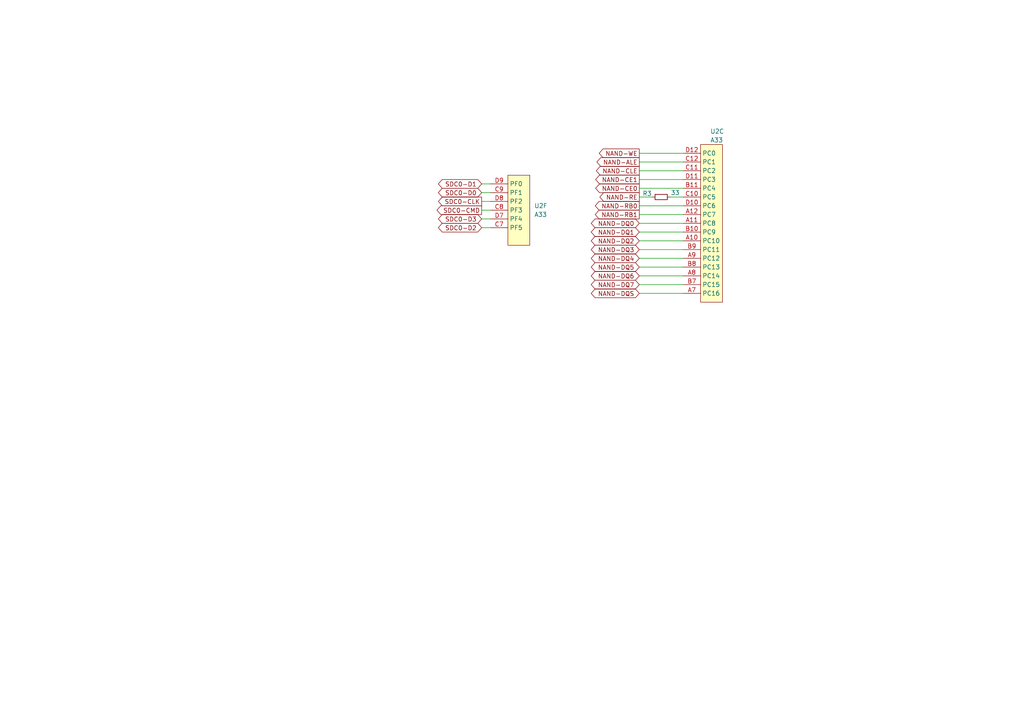
<source format=kicad_sch>
(kicad_sch (version 20250114) (generator "eeschema") (generator_version "9.0")
  (paper "A4")
  (lib_symbols
    (symbol "Device:R_Small" (pin_numbers (hide yes)) (pin_names (offset 0.254) (hide yes))
      (property "Reference" "R" (at 0.762 0.508 0))
      (property "Value" "R_Small" (at 0.762 -1.016 0))
      (symbol "R_Small_0_1"
        (rectangle (start -0.762 1.778) (end 0.762 -1.778) (stroke (width 0.2032)))
      )
      (symbol "R_Small_1_1"
        (pin passive line (at 0 2.54 270) (length 0.762) (name "~") (number "1"))
        (pin passive line (at 0 -2.54 90) (length 0.762) (name "~") (number "2"))
      )
    )
    (symbol "allwinner:A33"
      (property "Reference" "U" (at 3.81 3.81 0))
      (property "Value" "A33" (at 3.81 1.27 0))
      (symbol "A33_1_0"
        (pin passive line (at -12.7 -2.54 0) (length 5.08) (name "SDQ0") (number "M1"))
        (pin passive line (at -12.7 -5.08 0) (length 5.08) (name "SDQ1") (number "M2"))
        (pin passive line (at -12.7 -7.62 0) (length 5.08) (name "SDQ2") (number "L1"))
        (pin passive line (at -12.7 -10.16 0) (length 5.08) (name "SDQ3") (number "L2"))
        (pin passive line (at -12.7 -12.7 0) (length 5.08) (name "SDQ4") (number "J1"))
        (pin passive line (at -12.7 -15.24 0) (length 5.08) (name "SDQ5") (number "J2"))
        (pin passive line (at -12.7 -17.78 0) (length 5.08) (name "SDQ6") (number "H1"))
        (pin passive line (at -12.7 -20.32 0) (length 5.08) (name "SDQ7") (number "H2"))
        (pin passive line (at -12.7 -22.86 0) (length 5.08) (name "SDQ8") (number "U3"))
        (pin passive line (at -12.7 -25.4 0) (length 5.08) (name "SDQ9") (number "U1"))
        (pin passive line (at -12.7 -27.94 0) (length 5.08) (name "SDQ10") (number "U2"))
        (pin passive line (at -12.7 -30.48 0) (length 5.08) (name "SDQ11") (number "T2"))
        (pin passive line (at -12.7 -33.02 0) (length 5.08) (name "SDQ12") (number "R2"))
        (pin passive line (at -12.7 -35.56 0) (length 5.08) (name "SDQ13") (number "P1"))
        (pin passive line (at -12.7 -38.1 0) (length 5.08) (name "SDQ14") (number "P2"))
        (pin passive line (at -12.7 -40.64 0) (length 5.08) (name "SDQ15") (number "N1"))
        (pin passive line (at 12.7 -2.54 180) (length 5.08) (name "SA0") (number "E4"))
        (pin passive line (at 12.7 -5.08 180) (length 5.08) (name "SA1") (number "D1"))
        (pin passive line (at 12.7 -7.62 180) (length 5.08) (name "SA2") (number "F2"))
        (pin passive line (at 12.7 -10.16 180) (length 5.08) (name "SA3") (number "H3"))
        (pin passive line (at 12.7 -12.7 180) (length 5.08) (name "SA4") (number "D2"))
        (pin passive line (at 12.7 -15.24 180) (length 5.08) (name "SA5") (number "F1"))
        (pin passive line (at 12.7 -17.78 180) (length 5.08) (name "SA6") (number "A1"))
        (pin passive line (at 12.7 -20.32 180) (length 5.08) (name "SA7") (number "G4"))
        (pin passive line (at 12.7 -22.86 180) (length 5.08) (name "SA8") (number "B1"))
        (pin passive line (at 12.7 -25.4 180) (length 5.08) (name "SA9") (number "F4"))
        (pin passive line (at 12.7 -27.94 180) (length 5.08) (name "SA10") (number "E2"))
        (pin passive line (at 12.7 -30.48 180) (length 5.08) (name "SA11") (number "C2"))
        (pin passive line (at 12.7 -33.02 180) (length 5.08) (name "SA12") (number "E1"))
        (pin passive line (at 12.7 -35.56 180) (length 5.08) (name "SA13") (number "F3"))
        (pin passive line (at 12.7 -38.1 180) (length 5.08) (name "SA14") (number "C1"))
        (pin passive line (at 12.7 -40.64 180) (length 5.08) (name "SA15") (number "E3"))
        (pin passive line (at 12.7 -45.72 180) (length 5.08) (name "BA0") (number "J3"))
        (pin passive line (at 12.7 -48.26 180) (length 5.08) (name "BA1") (number "K4"))
        (pin passive line (at 12.7 -50.8 180) (length 5.08) (name "BA2") (number "H4"))
        (pin passive line (at 12.7 -55.88 180) (length 5.08) (name "RAS") (number "L4"))
        (pin passive line (at 12.7 -58.42 180) (length 5.08) (name "CAS") (number "M3"))
        (pin passive line (at 12.7 -60.96 180) (length 5.08) (name "WE") (number "K3"))
        (pin passive line (at 12.7 -63.5 180) (length 5.08) (name "RST") (number "G3"))
        (pin passive line (at 12.7 -68.58 180) (length 5.08) (name "ODT0") (number "L3"))
        (pin passive line (at 12.7 -71.12 180) (length 5.08) (name "ODT1") (number "L7"))
      )
      (symbol "A33_1_1"
        (rectangle (start -7.62 0) (end 7.62 -86.36) (stroke (width 0.1524)) (fill (type background)))
        (pin passive line (at -12.7 -45.72 0) (length 5.08) (name "CK+") (number "G1"))
        (pin passive line (at -12.7 -48.26 0) (length 5.08) (name "CK-") (number "G2"))
        (pin passive line (at -12.7 -53.34 0) (length 5.08) (name "CKE0") (number "J4"))
        (pin passive line (at -12.7 -55.88 0) (length 5.08) (name "CKE1") (number "N7"))
        (pin passive line (at -12.7 -60.96 0) (length 5.08) (name "DM0") (number "N2"))
        (pin passive line (at -12.7 -63.5 0) (length 5.08) (name "DM1") (number "T3"))
        (pin passive line (at -12.7 -68.58 0) (length 5.08) (name "DQS0+") (number "K2"))
        (pin passive line (at -12.7 -71.12 0) (length 5.08) (name "DQS0-") (number "K1"))
        (pin passive line (at -12.7 -73.66 0) (length 5.08) (name "DQS1+") (number "R1"))
        (pin passive line (at -12.7 -76.2 0) (length 5.08) (name "DQS1-") (number "T1"))
        (pin passive line (at -12.7 -81.28 0) (length 5.08) (name "DZQ") (number "R3"))
        (pin passive line (at -12.7 -83.82 0) (length 5.08) (name "SVREF") (number "M4"))
        (pin passive line (at 12.7 -78.74 180) (length 5.08) (name "CS0") (number "N3"))
        (pin passive line (at 12.7 -81.28 180) (length 5.08) (name "CS1") (number "N5"))
      )
      (symbol "A33_2_0"
        (pin passive line (at -7.62 -2.54 0) (length 5.08) (name "PB0") (number "G17"))
        (pin passive line (at -7.62 -5.08 0) (length 5.08) (name "PB1") (number "G16"))
        (pin passive line (at -7.62 -7.62 0) (length 5.08) (name "PB2") (number "F17"))
        (pin passive line (at -7.62 -10.16 0) (length 5.08) (name "PB3") (number "F16"))
        (pin passive line (at -7.62 -12.7 0) (length 5.08) (name "PB4") (number "G14"))
        (pin passive line (at -7.62 -15.24 0) (length 5.08) (name "PB5") (number "G15"))
        (pin passive line (at -7.62 -17.78 0) (length 5.08) (name "PB6") (number "F14"))
        (pin passive line (at -7.62 -20.32 0) (length 5.08) (name "PB7") (number "F15"))
      )
      (symbol "A33_2_1"
        (rectangle (start -2.54 0) (end 2.54 -22.86) (stroke (width 0.1524)) (fill (type background)))
      )
      (symbol "A33_3_0"
        (pin passive line (at -7.62 -2.54 0) (length 5.08) (name "PC0") (number "D12"))
        (pin passive line (at -7.62 -5.08 0) (length 5.08) (name "PC1") (number "C12"))
        (pin passive line (at -7.62 -7.62 0) (length 5.08) (name "PC2") (number "C11"))
        (pin passive line (at -7.62 -10.16 0) (length 5.08) (name "PC3") (number "D11"))
        (pin passive line (at -7.62 -12.7 0) (length 5.08) (name "PC4") (number "B11"))
        (pin passive line (at -7.62 -15.24 0) (length 5.08) (name "PC5") (number "C10"))
        (pin passive line (at -7.62 -17.78 0) (length 5.08) (name "PC6") (number "D10"))
        (pin passive line (at -7.62 -20.32 0) (length 5.08) (name "PC7") (number "A12"))
        (pin passive line (at -7.62 -22.86 0) (length 5.08) (name "PC8") (number "A11"))
        (pin passive line (at -7.62 -25.4 0) (length 5.08) (name "PC9") (number "B10"))
        (pin passive line (at -7.62 -27.94 0) (length 5.08) (name "PC10") (number "A10"))
        (pin passive line (at -7.62 -30.48 0) (length 5.08) (name "PC11") (number "B9"))
        (pin passive line (at -7.62 -33.02 0) (length 5.08) (name "PC12") (number "A9"))
        (pin passive line (at -7.62 -35.56 0) (length 5.08) (name "PC13") (number "B8"))
        (pin passive line (at -7.62 -38.1 0) (length 5.08) (name "PC14") (number "A8"))
        (pin passive line (at -7.62 -40.64 0) (length 5.08) (name "PC15") (number "B7"))
        (pin passive line (at -7.62 -43.18 0) (length 5.08) (name "PC16") (number "A7"))
      )
      (symbol "A33_3_1"
        (rectangle (start -2.54 0) (end 3.81 -45.72) (stroke (width 0.1524)) (fill (type background)))
      )
      (symbol "A33_4_0"
        (pin passive line (at -7.62 -2.54 0) (length 5.08) (name "PD2") (number "R12"))
        (pin passive line (at -7.62 -5.08 0) (length 5.08) (name "PD3") (number "P12"))
        (pin passive line (at -7.62 -7.62 0) (length 5.08) (name "PD4") (number "R11"))
        (pin passive line (at -7.62 -10.16 0) (length 5.08) (name "PD5") (number "P11"))
        (pin passive line (at -7.62 -12.7 0) (length 5.08) (name "PD6") (number "R10"))
        (pin passive line (at -7.62 -15.24 0) (length 5.08) (name "PD7") (number "P10"))
        (pin passive line (at -7.62 -22.86 0) (length 5.08) (name "PD10") (number "R9"))
        (pin passive line (at -7.62 -25.4 0) (length 5.08) (name "PD11") (number "P9"))
        (pin passive line (at -7.62 -27.94 0) (length 5.08) (name "PD12") (number "R8"))
        (pin passive line (at -7.62 -30.48 0) (length 5.08) (name "PD13") (number "P8"))
        (pin passive line (at -7.62 -33.02 0) (length 5.08) (name "PD14") (number "R7"))
        (pin passive line (at -7.62 -35.56 0) (length 5.08) (name "PD15") (number "P7"))
        (pin passive line (at -7.62 -43.18 0) (length 5.08) (name "PD18") (number "U11"))
        (pin passive line (at -7.62 -45.72 0) (length 5.08) (name "PD19") (number "T11"))
        (pin passive line (at -7.62 -48.26 0) (length 5.08) (name "PD20") (number "U10"))
        (pin passive line (at -7.62 -50.8 0) (length 5.08) (name "PD21") (number "T10"))
        (pin passive line (at -7.62 -53.34 0) (length 5.08) (name "PD22") (number "U9"))
        (pin passive line (at -7.62 -55.88 0) (length 5.08) (name "PD23") (number "T9"))
        (pin passive line (at -7.62 -58.42 0) (length 5.08) (name "PD24") (number "U8"))
        (pin passive line (at -7.62 -60.96 0) (length 5.08) (name "PD25") (number "T8"))
        (pin passive line (at -7.62 -63.5 0) (length 5.08) (name "PD26") (number "U7"))
        (pin passive line (at -7.62 -66.04 0) (length 5.08) (name "PD27") (number "T7"))
      )
      (symbol "A33_4_1"
        (rectangle (start -2.54 0) (end 3.81 -68.58) (stroke (width 0.1524)) (fill (type background)))
      )
      (symbol "A33_5_0"
        (pin passive line (at -8.89 -2.54 0) (length 5.08) (name "PE0") (number "C5"))
        (pin passive line (at -8.89 -5.08 0) (length 5.08) (name "PE1") (number "D5"))
        (pin passive line (at -8.89 -7.62 0) (length 5.08) (name "PE2") (number "C6"))
        (pin passive line (at -8.89 -10.16 0) (length 5.08) (name "PE3") (number "D6"))
        (pin passive line (at -8.89 -12.7 0) (length 5.08) (name "PE4") (number "A6"))
        (pin passive line (at -8.89 -15.24 0) (length 5.08) (name "PE5") (number "B6"))
        (pin passive line (at -8.89 -17.78 0) (length 5.08) (name "PE6") (number "A5"))
        (pin passive line (at -8.89 -20.32 0) (length 5.08) (name "PE7") (number "B5"))
        (pin passive line (at -8.89 -22.86 0) (length 5.08) (name "PE8") (number "A4"))
        (pin passive line (at -8.89 -25.4 0) (length 5.08) (name "PE9") (number "B4"))
        (pin passive line (at -8.89 -27.94 0) (length 5.08) (name "PE10") (number "A3"))
        (pin passive line (at -8.89 -30.48 0) (length 5.08) (name "PE11") (number "B3"))
        (pin passive line (at -8.89 -33.02 0) (length 5.08) (name "PE12") (number "A2"))
        (pin passive line (at -8.89 -35.56 0) (length 5.08) (name "PE13") (number "B2"))
        (pin passive line (at -8.89 -38.1 0) (length 5.08) (name "PE14") (number "C3"))
        (pin passive line (at -8.89 -40.64 0) (length 5.08) (name "PE15") (number "D3"))
        (pin passive line (at -8.89 -43.18 0) (length 5.08) (name "PE16") (number "C4"))
        (pin passive line (at -8.89 -45.72 0) (length 5.08) (name "PE17") (number "D4"))
      )
      (symbol "A33_5_1"
        (rectangle (start -3.81 0) (end 2.54 -48.26) (stroke (width 0.1524)) (fill (type background)))
      )
      (symbol "A33_6_0"
        (pin passive line (at -7.62 -2.54 0) (length 5.08) (name "PF0") (number "D9"))
        (pin passive line (at -7.62 -5.08 0) (length 5.08) (name "PF1") (number "C9"))
        (pin passive line (at -7.62 -7.62 0) (length 5.08) (name "PF2") (number "D8"))
        (pin passive line (at -7.62 -10.16 0) (length 5.08) (name "PF3") (number "C8"))
        (pin passive line (at -7.62 -12.7 0) (length 5.08) (name "PF4") (number "D7"))
        (pin passive line (at -7.62 -15.24 0) (length 5.08) (name "PF5") (number "C7"))
      )
      (symbol "A33_6_1"
        (rectangle (start -2.54 0) (end 3.81 -20.32) (stroke (width 0.1524)) (fill (type background)))
      )
      (symbol "A33_7_0"
        (pin passive line (at -8.89 -2.54 0) (length 5.08) (name "PG0") (number "A15"))
        (pin passive line (at -8.89 -5.08 0) (length 5.08) (name "PG1") (number "B15"))
        (pin passive line (at -8.89 -7.62 0) (length 5.08) (name "PG2") (number "A14"))
        (pin passive line (at -8.89 -10.16 0) (length 5.08) (name "PG3") (number "B14"))
        (pin passive line (at -8.89 -12.7 0) (length 5.08) (name "PG4") (number "A13"))
        (pin passive line (at -8.89 -15.24 0) (length 5.08) (name "PG5") (number "B13"))
        (pin passive line (at -8.89 -17.78 0) (length 5.08) (name "PG6") (number "A17"))
        (pin passive line (at -8.89 -20.32 0) (length 5.08) (name "PG7") (number "B17"))
        (pin passive line (at -8.89 -22.86 0) (length 5.08) (name "PG8") (number "B16"))
        (pin passive line (at -8.89 -25.4 0) (length 5.08) (name "PG9") (number "A16"))
        (pin passive line (at -8.89 -27.94 0) (length 5.08) (name "PG10") (number "C17"))
        (pin passive line (at -8.89 -30.48 0) (length 5.08) (name "PG11") (number "C16"))
        (pin passive line (at -8.89 -33.02 0) (length 5.08) (name "PG12") (number "C15"))
        (pin passive line (at -8.89 -35.56 0) (length 5.08) (name "PG13") (number "C14"))
      )
      (symbol "A33_7_1"
        (rectangle (start -3.81 0) (end 3.81 -38.1) (stroke (width 0.1524)) (fill (type background)))
      )
      (symbol "A33_8_0"
        (pin passive line (at -7.62 -2.54 0) (length 5.08) (name "PH0") (number "D17"))
        (pin passive line (at -7.62 -5.08 0) (length 5.08) (name "PH1") (number "D16"))
        (pin passive line (at -7.62 -7.62 0) (length 5.08) (name "PH2") (number "D15"))
        (pin passive line (at -7.62 -10.16 0) (length 5.08) (name "PH3") (number "D14"))
        (pin passive line (at -7.62 -12.7 0) (length 5.08) (name "PH4") (number "D13"))
        (pin passive line (at -7.62 -15.24 0) (length 5.08) (name "PH5") (number "C13"))
        (pin passive line (at -7.62 -17.78 0) (length 5.08) (name "PH6") (number "E17"))
        (pin passive line (at -7.62 -20.32 0) (length 5.08) (name "PH7") (number "E16"))
        (pin passive line (at -7.62 -22.86 0) (length 5.08) (name "PH8") (number "E15"))
        (pin passive line (at -7.62 -25.4 0) (length 5.08) (name "PH9") (number "E14"))
      )
      (symbol "A33_8_1"
        (rectangle (start -2.54 0) (end 2.54 -27.94) (stroke (width 0.1524)) (fill (type background)))
      )
      (symbol "A33_9_0"
        (pin passive line (at -7.62 -2.54 0) (length 5.08) (name "PL0") (number "P16"))
        (pin passive line (at -7.62 -5.08 0) (length 5.08) (name "PL1") (number "P15"))
        (pin passive line (at -7.62 -7.62 0) (length 5.08) (name "PL2") (number "U14"))
        (pin passive line (at -7.62 -10.16 0) (length 5.08) (name "PL3") (number "T14"))
        (pin passive line (at -7.62 -12.7 0) (length 5.08) (name "PL4") (number "R14"))
        (pin passive line (at -7.62 -15.24 0) (length 5.08) (name "PL5") (number "P14"))
        (pin passive line (at -7.62 -17.78 0) (length 5.08) (name "PL6") (number "U13"))
        (pin passive line (at -7.62 -20.32 0) (length 5.08) (name "PL7") (number "T13"))
        (pin passive line (at -7.62 -22.86 0) (length 5.08) (name "PL8") (number "R13"))
        (pin passive line (at -7.62 -25.4 0) (length 5.08) (name "PL9") (number "P13"))
        (pin passive line (at -7.62 -27.94 0) (length 5.08) (name "PL10") (number "U12"))
        (pin passive line (at -7.62 -30.48 0) (length 5.08) (name "PL11") (number "T12"))
      )
      (symbol "A33_9_1"
        (rectangle (start -2.54 0) (end 3.81 -33.02) (stroke (width 0.1524)) (fill (type background)))
      )
      (symbol "A33_10_0"
        (pin passive line (at -12.7 -2.54 0) (length 5.08) (name "CLK24M_IN") (number "U4"))
        (pin passive line (at -12.7 -5.08 0) (length 5.08) (name "CLK24M_OUT") (number "T4"))
        (pin passive line (at -12.7 -10.16 0) (length 5.08) (name "CLK32K_IN") (number "R17"))
        (pin passive line (at -12.7 -12.7 0) (length 5.08) (name "CLK32K_OUT") (number "R16"))
        (pin passive line (at -12.7 -15.24 0) (length 5.08) (name "CLK32-KFOUT") (number "R15"))
        (pin passive line (at -12.7 -20.32 0) (length 5.08) (name "~{NMI}") (number "N14"))
        (pin passive line (at -12.7 -22.86 0) (length 5.08) (name "~{RESET}") (number "P17"))
        (pin passive line (at -12.7 -27.94 0) (length 5.08) (name "DM0") (number "T16"))
        (pin passive line (at -12.7 -30.48 0) (length 5.08) (name "DP0") (number "T17"))
        (pin passive line (at -12.7 -35.56 0) (length 5.08) (name "DM1") (number "U16"))
        (pin passive line (at -12.7 -38.1 0) (length 5.08) (name "DP1") (number "U17"))
        (pin passive line (at -12.7 -43.18 0) (length 5.08) (name "HSIC-DAT") (number "U15"))
        (pin passive line (at -12.7 -45.72 0) (length 5.08) (name "HSIC-STR") (number "T15"))
      )
      (symbol "A33_10_1"
        (rectangle (start -7.62 0) (end 7.62 -48.26) (stroke (width 0.1524)) (fill (type background)))
      )
      (symbol "A33_11_0"
        (pin passive line (at -11.43 -2.54 0) (length 5.08) (name "MBIAS") (number "K14"))
        (pin passive line (at -11.43 -5.08 0) (length 5.08) (name "MIC1N") (number "M16"))
        (pin passive line (at -11.43 -7.62 0) (length 5.08) (name "MIC1P") (number "M17"))
        (pin passive line (at -11.43 -10.16 0) (length 5.08) (name "MIC2N") (number "N16"))
        (pin passive line (at -11.43 -12.7 0) (length 5.08) (name "MIC2P") (number "N17"))
        (pin passive line (at -11.43 -17.78 0) (length 5.08) (name "LINEINR") (number "J15"))
        (pin passive line (at -11.43 -20.32 0) (length 5.08) (name "LINEINL") (number "H15"))
        (pin passive line (at -11.43 -25.4 0) (length 5.08) (name "VRA1") (number "K16"))
        (pin passive line (at -11.43 -27.94 0) (length 5.08) (name "VRA2") (number "K17"))
        (pin passive line (at -11.43 -30.48 0) (length 5.08) (name "VRP") (number "L17"))
        (pin passive line (at -11.43 -35.56 0) (length 5.08) (name "AVCC") (number "L16"))
        (pin passive line (at -11.43 -38.1 0) (length 5.08) (name "AGND") (number "H13"))
        (pin passive line (at -11.43 -43.18 0) (length 5.08) (name "PHONEOUTN") (number "N15"))
        (pin passive line (at -11.43 -45.72 0) (length 5.08) (name "PHONEOUTP") (number "M15"))
        (pin passive line (at -11.43 -50.8 0) (length 5.08) (name "PHONEINN") (number "K15"))
        (pin passive line (at -11.43 -53.34 0) (length 5.08) (name "PHONEINP") (number "L15"))
        (pin passive line (at -11.43 -58.42 0) (length 5.08) (name "HBIAS") (number "J14"))
        (pin passive line (at -11.43 -60.96 0) (length 5.08) (name "HPOUTR") (number "J16"))
        (pin passive line (at -11.43 -63.5 0) (length 5.08) (name "HPOUTL") (number "J17"))
        (pin passive line (at -11.43 -66.04 0) (length 5.08) (name "HPCOM") (number "H14"))
        (pin passive line (at -11.43 -68.58 0) (length 5.08) (name "HPCOMFB") (number "H16"))
        (pin passive line (at -11.43 -71.12 0) (length 5.08) (name "HPVCCBP") (number "H17"))
        (pin passive line (at -11.43 -73.66 0) (length 5.08) (name "HPVCCIN") (number "K13"))
        (pin passive line (at -11.43 -78.74 0) (length 5.08) (name "LRADC0") (number "L14"))
      )
      (symbol "A33_11_1"
        (rectangle (start -6.35 0) (end 6.35 -81.28) (stroke (width 0.1524)) (fill (type background)))
      )
      (symbol "A33_12_0"
        (pin passive line (at -10.16 -2.54 0) (length 5.08) (name "MDSI-CKN") (number "U5"))
        (pin passive line (at -10.16 -5.08 0) (length 5.08) (name "MDSI-CKP") (number "T5"))
        (pin passive line (at -10.16 -7.62 0) (length 5.08) (name "MDSI-D0N") (number "R4"))
        (pin passive line (at -10.16 -10.16 0) (length 5.08) (name "MDSI-D0P") (number "P4"))
        (pin passive line (at -10.16 -12.7 0) (length 5.08) (name "MDSI-D1N") (number "R5"))
        (pin passive line (at -10.16 -15.24 0) (length 5.08) (name "MDSI-D1P") (number "P5"))
        (pin passive line (at -10.16 -17.78 0) (length 5.08) (name "MDSI-D2N") (number "U6"))
        (pin passive line (at -10.16 -20.32 0) (length 5.08) (name "MDSI-D2P") (number "T6"))
        (pin passive line (at -10.16 -22.86 0) (length 5.08) (name "MDSI-D3N") (number "R6"))
        (pin passive line (at -10.16 -25.4 0) (length 5.08) (name "MDSI-D3P") (number "P6"))
      )
      (symbol "A33_12_1"
        (rectangle (start -5.08 0) (end 6.35 -27.94) (stroke (width 0.1524)) (fill (type background)))
      )
      (symbol "A33_13_0"
        (pin passive line (at -7.62 -5.08 0) (length 5.08) (name "VCC-DRAM") (number "H5"))
        (pin passive line (at -7.62 -5.08 0) (length 5.08) (hide yes) (name "VCC-DRAM") (number "H6"))
        (pin passive line (at -7.62 -5.08 0) (length 5.08) (hide yes) (name "VCC-DRAM") (number "J5"))
        (pin passive line (at -7.62 -5.08 0) (length 5.08) (hide yes) (name "VCC-DRAM") (number "J6"))
        (pin passive line (at -7.62 -5.08 0) (length 5.08) (hide yes) (name "VCC-DRAM") (number "K5"))
        (pin passive line (at -7.62 -5.08 0) (length 5.08) (hide yes) (name "VCC-DRAM") (number "L5"))
        (pin passive line (at -7.62 -10.16 0) (length 5.08) (name "VDD-DLL") (number "P3"))
        (pin passive line (at -7.62 -15.24 0) (length 5.08) (name "VCC-PD") (number "M11"))
        (pin passive line (at -7.62 -15.24 0) (length 5.08) (hide yes) (name "VCC-PD") (number "N11"))
        (pin passive line (at -7.62 -17.78 0) (length 5.08) (name "VCC-USB") (number "L12"))
        (pin passive line (at -7.62 -20.32 0) (length 5.08) (name "VCC-HSIC") (number "N12"))
        (pin passive line (at -7.62 -22.86 0) (length 5.08) (name "VCC-DSI") (number "N6"))
        (pin passive line (at -7.62 -29.21 0) (length 5.08) (name "VCC-RTC") (number "M12"))
        (pin passive line (at -7.62 -31.75 0) (length 5.08) (name "RTCVIO") (number "M13"))
        (pin passive line (at -7.62 -34.29 0) (length 5.08) (name "VCC-PLL") (number "M5"))
        (pin passive line (at -7.62 -36.83 0) (length 5.08) (name "VCC-EFUSE") (number "M8"))
        (pin passive line (at -7.62 -39.37 0) (length 5.08) (name "VDD-CPUS") (number "M14"))
        (pin passive line (at -7.62 -41.91 0) (length 5.08) (name "VDD-CPU") (number "E5"))
        (pin passive line (at -7.62 -41.91 0) (length 5.08) (hide yes) (name "VDD-CPU") (number "E6"))
        (pin passive line (at -7.62 -41.91 0) (length 5.08) (hide yes) (name "VDD-CPU") (number "E7"))
        (pin passive line (at -7.62 -41.91 0) (length 5.08) (hide yes) (name "VDD-CPU") (number "F5"))
        (pin passive line (at -7.62 -41.91 0) (length 5.08) (hide yes) (name "VDD-CPU") (number "F6"))
        (pin passive line (at -7.62 -41.91 0) (length 5.08) (hide yes) (name "VDD-CPU") (number "F7"))
        (pin passive line (at -7.62 -41.91 0) (length 5.08) (hide yes) (name "VDD-CPU") (number "G5"))
        (pin passive line (at -7.62 -41.91 0) (length 5.08) (hide yes) (name "VDD-CPU") (number "G6"))
        (pin passive line (at -7.62 -44.45 0) (length 5.08) (hide yes) (name "VDD-SYS") (number "E10"))
        (pin passive line (at -7.62 -44.45 0) (length 5.08) (hide yes) (name "VDD-SYS") (number "E8"))
        (pin passive line (at -7.62 -44.45 0) (length 5.08) (hide yes) (name "VDD-SYS") (number "E9"))
        (pin passive line (at -7.62 -44.45 0) (length 5.08) (hide yes) (name "VDD-SYS") (number "K6"))
        (pin passive line (at -7.62 -44.45 0) (length 5.08) (hide yes) (name "VDD-SYS") (number "L6"))
        (pin passive line (at -7.62 -44.45 0) (length 5.08) (hide yes) (name "VDD-SYS") (number "M6"))
        (pin passive line (at -7.62 -44.45 0) (length 5.08) (hide yes) (name "VDD-SYS") (number "M7"))
        (pin passive line (at -7.62 -44.45 0) (length 5.08) (name "VDD-SYS") (number "N10"))
        (pin passive line (at -7.62 -44.45 0) (length 5.08) (hide yes) (name "VDD-SYS") (number "N8"))
        (pin passive line (at -7.62 -44.45 0) (length 5.08) (hide yes) (name "VDD-SYS") (number "N9"))
        (pin passive line (at -7.62 -46.99 0) (length 5.08) (hide yes) (name "VCC-IO") (number "E11"))
        (pin passive line (at -7.62 -46.99 0) (length 5.08) (name "VCC-IO") (number "E12"))
        (pin passive line (at -7.62 -46.99 0) (length 5.08) (hide yes) (name "VCC-IO") (number "F11"))
        (pin passive line (at -7.62 -46.99 0) (length 5.08) (hide yes) (name "VCC-IO") (number "F12"))
        (pin passive line (at -7.62 -46.99 0) (length 5.08) (hide yes) (name "VCC-IO") (number "G12"))
        (pin passive line (at -7.62 -52.07 0) (length 5.08) (hide yes) (name "GND") (number "F10"))
        (pin passive line (at -7.62 -52.07 0) (length 5.08) (hide yes) (name "GND") (number "F8"))
        (pin passive line (at -7.62 -52.07 0) (length 5.08) (hide yes) (name "GND") (number "F9"))
        (pin passive line (at -7.62 -52.07 0) (length 5.08) (hide yes) (name "GND") (number "G10"))
        (pin passive line (at -7.62 -52.07 0) (length 5.08) (hide yes) (name "GND") (number "G11"))
        (pin passive line (at -7.62 -52.07 0) (length 5.08) (hide yes) (name "GND") (number "G7"))
        (pin passive line (at -7.62 -52.07 0) (length 5.08) (hide yes) (name "GND") (number "G8"))
        (pin passive line (at -7.62 -52.07 0) (length 5.08) (hide yes) (name "GND") (number "G9"))
        (pin passive line (at -7.62 -52.07 0) (length 5.08) (hide yes) (name "GND") (number "H10"))
        (pin passive line (at -7.62 -52.07 0) (length 5.08) (hide yes) (name "GND") (number "H11"))
        (pin passive line (at -7.62 -52.07 0) (length 5.08) (hide yes) (name "GND") (number "H12"))
        (pin passive line (at -7.62 -52.07 0) (length 5.08) (hide yes) (name "GND") (number "H7"))
        (pin passive line (at -7.62 -52.07 0) (length 5.08) (hide yes) (name "GND") (number "H8"))
        (pin passive line (at -7.62 -52.07 0) (length 5.08) (hide yes) (name "GND") (number "H9"))
        (pin passive line (at -7.62 -52.07 0) (length 5.08) (hide yes) (name "GND") (number "J10"))
        (pin passive line (at -7.62 -52.07 0) (length 5.08) (hide yes) (name "GND") (number "J11"))
        (pin passive line (at -7.62 -52.07 0) (length 5.08) (hide yes) (name "GND") (number "J12"))
        (pin passive line (at -7.62 -52.07 0) (length 5.08) (hide yes) (name "GND") (number "J7"))
        (pin passive line (at -7.62 -52.07 0) (length 5.08) (hide yes) (name "GND") (number "J8"))
        (pin passive line (at -7.62 -52.07 0) (length 5.08) (hide yes) (name "GND") (number "J9"))
        (pin passive line (at -7.62 -52.07 0) (length 5.08) (hide yes) (name "GND") (number "K10"))
        (pin passive line (at -7.62 -52.07 0) (length 5.08) (hide yes) (name "GND") (number "K11"))
        (pin passive line (at -7.62 -52.07 0) (length 5.08) (hide yes) (name "GND") (number "K12"))
        (pin passive line (at -7.62 -52.07 0) (length 5.08) (hide yes) (name "GND") (number "K7"))
        (pin passive line (at -7.62 -52.07 0) (length 5.08) (hide yes) (name "GND") (number "K8"))
        (pin passive line (at -7.62 -52.07 0) (length 5.08) (hide yes) (name "GND") (number "K9"))
        (pin passive line (at -7.62 -52.07 0) (length 5.08) (hide yes) (name "GND") (number "L10"))
        (pin passive line (at -7.62 -52.07 0) (length 5.08) (name "GND") (number "L11"))
        (pin passive line (at -7.62 -52.07 0) (length 5.08) (hide yes) (name "GND") (number "L8"))
        (pin passive line (at -7.62 -52.07 0) (length 5.08) (hide yes) (name "GND") (number "L9"))
        (pin passive line (at -7.62 -52.07 0) (length 5.08) (hide yes) (name "GND") (number "M10"))
        (pin passive line (at -7.62 -52.07 0) (length 5.08) (hide yes) (name "GND") (number "M9"))
        (pin passive line (at -7.62 -52.07 0) (length 5.08) (hide yes) (name "GND") (number "N4"))
      )
      (symbol "A33_13_1"
        (rectangle (start -2.54 -2.54) (end 10.16 -54.61) (stroke (width 0.1524)) (fill (type background)))
      )
    )
  )
  (wire (pts (xy 139.7 63.5) (xy 142.24 63.5)))
  (wire (pts (xy 185.42 67.31) (xy 198.12 67.31)))
  (wire (pts (xy 185.42 49.53) (xy 198.12 49.53)))
  (wire (pts (xy 185.42 46.99) (xy 198.12 46.99)))
  (wire (pts (xy 139.7 66.04) (xy 142.24 66.04)))
  (wire (pts (xy 139.7 60.96) (xy 142.24 60.96)))
  (wire (pts (xy 185.42 69.85) (xy 198.12 69.85)))
  (wire (pts (xy 139.7 55.88) (xy 142.24 55.88)))
  (wire (pts (xy 185.42 77.47) (xy 198.12 77.47)))
  (wire (pts (xy 139.7 53.34) (xy 142.24 53.34)))
  (wire (pts (xy 139.7 58.42) (xy 142.24 58.42)))
  (wire (pts (xy 194.31 57.15) (xy 198.12 57.15)))
  (wire (pts (xy 185.42 54.61) (xy 198.12 54.61)))
  (wire (pts (xy 185.42 74.93) (xy 198.12 74.93)))
  (wire (pts (xy 185.42 59.69) (xy 198.12 59.69)))
  (wire (pts (xy 185.42 44.45) (xy 198.12 44.45)))
  (wire (pts (xy 185.42 72.39) (xy 198.12 72.39)))
  (wire (pts (xy 185.42 85.09) (xy 198.12 85.09)))
  (wire (pts (xy 185.42 62.23) (xy 198.12 62.23)))
  (wire (pts (xy 185.42 52.07) (xy 198.12 52.07)))
  (wire (pts (xy 185.42 64.77) (xy 198.12 64.77)))
  (wire (pts (xy 185.42 80.01) (xy 198.12 80.01)))
  (wire (pts (xy 185.42 82.55) (xy 198.12 82.55)))
  (wire (pts (xy 185.42 57.15) (xy 189.23 57.15)))
  (global_label "NAND-DQ7" (shape bidirectional) (at 185.42 82.55 180) (property "Intersheetrefs" "${INTERSHEET_REFS}" (effects (hide yes))))
  (global_label "NAND-DQ0" (shape bidirectional) (at 185.42 64.77 180) (property "Intersheetrefs" "${INTERSHEET_REFS}" (effects (hide yes))))
  (global_label "SDC0-D1" (shape bidirectional) (at 139.7 53.34 180) (property "Intersheetrefs" "${INTERSHEET_REFS}" (effects (hide yes))))
  (global_label "NAND-DQ2" (shape bidirectional) (at 185.42 69.85 180) (property "Intersheetrefs" "${INTERSHEET_REFS}" (effects (hide yes))))
  (global_label "NAND-RB1" (shape output) (at 185.42 62.23 180) (property "Intersheetrefs" "${INTERSHEET_REFS}" (effects (hide yes))))
  (global_label "SDC0-D0" (shape bidirectional) (at 139.7 55.88 180) (property "Intersheetrefs" "${INTERSHEET_REFS}" (effects (hide yes))))
  (global_label "NAND-RB0" (shape output) (at 185.42 59.69 180) (property "Intersheetrefs" "${INTERSHEET_REFS}" (effects (hide yes))))
  (global_label "SDC0-CLK" (shape output) (at 139.7 58.42 180) (property "Intersheetrefs" "${INTERSHEET_REFS}" (effects (hide yes))))
  (global_label "NAND-WE" (shape output) (at 185.42 44.45 180) (property "Intersheetrefs" "${INTERSHEET_REFS}" (effects (hide yes))))
  (global_label "SDC0-CMD" (shape output) (at 139.7 60.96 180) (property "Intersheetrefs" "${INTERSHEET_REFS}" (effects (hide yes))))
  (global_label "NAND-DQ1" (shape bidirectional) (at 185.42 67.31 180) (property "Intersheetrefs" "${INTERSHEET_REFS}" (effects (hide yes))))
  (global_label "NAND-RE" (shape output) (at 185.42 57.15 180) (property "Intersheetrefs" "${INTERSHEET_REFS}" (effects (hide yes))))
  (global_label "NAND-CE1" (shape output) (at 185.42 52.07 180) (property "Intersheetrefs" "${INTERSHEET_REFS}" (effects (hide yes))))
  (global_label "NAND-DQ3" (shape bidirectional) (at 185.42 72.39 180) (property "Intersheetrefs" "${INTERSHEET_REFS}" (effects (hide yes))))
  (global_label "SDC0-D3" (shape bidirectional) (at 139.7 63.5 180) (property "Intersheetrefs" "${INTERSHEET_REFS}" (effects (hide yes))))
  (global_label "SDC0-D2" (shape bidirectional) (at 139.7 66.04 180) (property "Intersheetrefs" "${INTERSHEET_REFS}" (effects (hide yes))))
  (global_label "NAND-CLE" (shape output) (at 185.42 49.53 180) (property "Intersheetrefs" "${INTERSHEET_REFS}" (effects (hide yes))))
  (global_label "NAND-DQ5" (shape bidirectional) (at 185.42 77.47 180) (property "Intersheetrefs" "${INTERSHEET_REFS}" (effects (hide yes))))
  (global_label "NAND-DQ4" (shape bidirectional) (at 185.42 74.93 180) (property "Intersheetrefs" "${INTERSHEET_REFS}" (effects (hide yes))))
  (global_label "NAND-ALE" (shape output) (at 185.42 46.99 180) (property "Intersheetrefs" "${INTERSHEET_REFS}" (effects (hide yes))))
  (global_label "NAND-CE0" (shape output) (at 185.42 54.61 180) (property "Intersheetrefs" "${INTERSHEET_REFS}" (effects (hide yes))))
  (global_label "NAND-DQS" (shape bidirectional) (at 185.42 85.09 180) (property "Intersheetrefs" "${INTERSHEET_REFS}" (effects (hide yes))))
  (global_label "NAND-DQ6" (shape bidirectional) (at 185.42 80.01 180) (property "Intersheetrefs" "${INTERSHEET_REFS}" (effects (hide yes))))
  (symbol (lib_id "allwinner:A33") (at 149.86 50.8 0) (unit 6)
    (property "Reference" "U2" (at 154.94 59.6899 0) (effects (justify left)))
    (property "Value" "A33" (at 154.94 62.2299 0) (effects (justify left)))
    (property "Footprint" "allwinner:BGA-282_17x17_14.0x14.0mm" (effects (hide yes)))
  )
  (symbol (lib_id "Device:R_Small") (at 191.77 57.15 270) (unit 1)
    (property "Reference" "R3" (at 187.706 56.134 90))
    (property "Value" "33" (at 195.834 55.88 90))
    (property "Footprint" "Resistor_SMD:R_0402_1005Metric" (effects (hide yes)))
  )
  (symbol (lib_id "allwinner:A33") (at 205.74 41.91 0) (unit 3)
    (property "Reference" "U2" (at 205.994 38.1 0) (effects (justify left)))
    (property "Value" "A33" (at 205.994 40.64 0) (effects (justify left)))
    (property "Footprint" "allwinner:BGA-282_17x17_14.0x14.0mm" (effects (hide yes)))
  )
)
</source>
